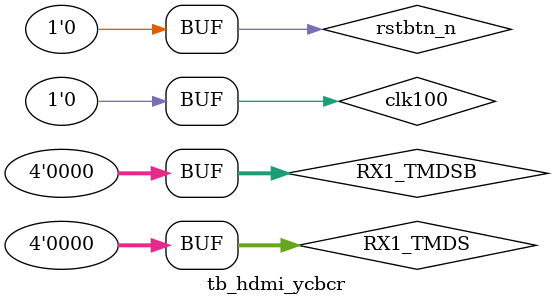
<source format=v>
`timescale 1ns / 1ps


module tb_hdmi_ycbcr;

	// Inputs
	reg rstbtn_n;
	reg clk100;
	reg [3:0] RX1_TMDS;
	reg [3:0] RX1_TMDSB;

	// Outputs
	wire [3:0] TX0_TMDS;
	wire [3:0] TX0_TMDSB;
	wire [7:0] LED;

	// Instantiate the Unit Under Test (UUT)
	hdmi_main uut (
		.rstbtn_n(rstbtn_n), 
		.clk100(clk100), 
		.RX1_TMDS(RX1_TMDS), 
		.RX1_TMDSB(RX1_TMDSB), 
		.TX0_TMDS(TX0_TMDS), 
		.TX0_TMDSB(TX0_TMDSB), 
		.LED(LED)
	);

	initial begin
		// Initialize Inputs
		rstbtn_n = 0;
		clk100 = 0;
		RX1_TMDS = 0;
		RX1_TMDSB = 0;

		// Wait 100 ns for global reset to finish
		#100;
        
		// Add stimulus here

	end
      
endmodule


</source>
